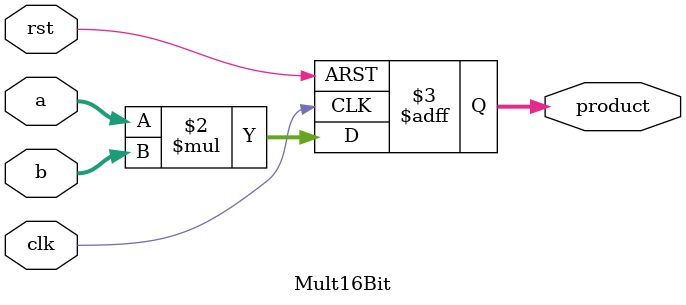
<source format=v>
module Mult16Bit (
    input wire clk,                 // Señal de reloj
    input wire rst,                 // Señal de reset
    input wire [15:0] a,            // Primer operando de 16 bits
    input wire [15:0] b,            // Segundo operando de 16 bits
    output reg [31:0] product       // Resultado de la multiplicación de 32 bits
);

    // Registro intermedio para almacenar el resultado de la multiplicación
    reg [31:0] temp_product;

    always @(posedge clk or posedge rst) begin
        if (rst) begin
            // Resetear el resultado a 0
            product <= 32'b0;
        end else begin
            // Multiplicar los operandos y almacenar el resultado
            temp_product = a * b;
            product <= temp_product;
        end
    end

endmodule

</source>
